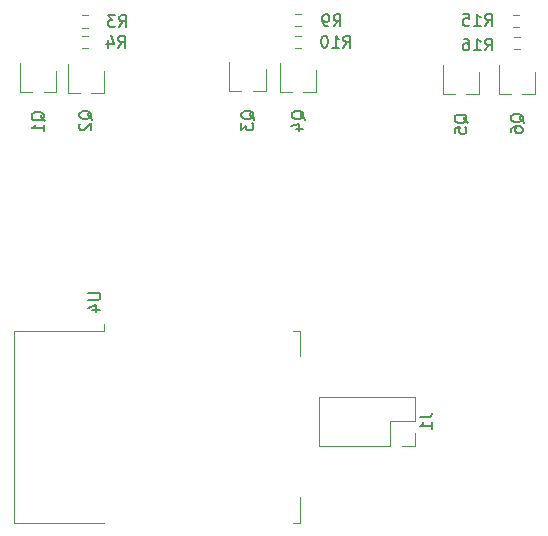
<source format=gbr>
%TF.GenerationSoftware,KiCad,Pcbnew,(6.0.1-0)*%
%TF.CreationDate,2022-03-13T12:33:57+03:30*%
%TF.ProjectId,touch_panel,746f7563-685f-4706-916e-656c2e6b6963,rev?*%
%TF.SameCoordinates,Original*%
%TF.FileFunction,Legend,Bot*%
%TF.FilePolarity,Positive*%
%FSLAX46Y46*%
G04 Gerber Fmt 4.6, Leading zero omitted, Abs format (unit mm)*
G04 Created by KiCad (PCBNEW (6.0.1-0)) date 2022-03-13 12:33:57*
%MOMM*%
%LPD*%
G01*
G04 APERTURE LIST*
%ADD10C,0.150000*%
%ADD11C,0.120000*%
G04 APERTURE END LIST*
D10*
%TO.C,R15*%
X147642857Y-85652380D02*
X147976190Y-85176190D01*
X148214285Y-85652380D02*
X148214285Y-84652380D01*
X147833333Y-84652380D01*
X147738095Y-84700000D01*
X147690476Y-84747619D01*
X147642857Y-84842857D01*
X147642857Y-84985714D01*
X147690476Y-85080952D01*
X147738095Y-85128571D01*
X147833333Y-85176190D01*
X148214285Y-85176190D01*
X146690476Y-85652380D02*
X147261904Y-85652380D01*
X146976190Y-85652380D02*
X146976190Y-84652380D01*
X147071428Y-84795238D01*
X147166666Y-84890476D01*
X147261904Y-84938095D01*
X145785714Y-84652380D02*
X146261904Y-84652380D01*
X146309523Y-85128571D01*
X146261904Y-85080952D01*
X146166666Y-85033333D01*
X145928571Y-85033333D01*
X145833333Y-85080952D01*
X145785714Y-85128571D01*
X145738095Y-85223809D01*
X145738095Y-85461904D01*
X145785714Y-85557142D01*
X145833333Y-85604761D01*
X145928571Y-85652380D01*
X146166666Y-85652380D01*
X146261904Y-85604761D01*
X146309523Y-85557142D01*
%TO.C,Q6*%
X150897619Y-93854761D02*
X150850000Y-93759523D01*
X150754761Y-93664285D01*
X150611904Y-93521428D01*
X150564285Y-93426190D01*
X150564285Y-93330952D01*
X150802380Y-93378571D02*
X150754761Y-93283333D01*
X150659523Y-93188095D01*
X150469047Y-93140476D01*
X150135714Y-93140476D01*
X149945238Y-93188095D01*
X149850000Y-93283333D01*
X149802380Y-93378571D01*
X149802380Y-93569047D01*
X149850000Y-93664285D01*
X149945238Y-93759523D01*
X150135714Y-93807142D01*
X150469047Y-93807142D01*
X150659523Y-93759523D01*
X150754761Y-93664285D01*
X150802380Y-93569047D01*
X150802380Y-93378571D01*
X149802380Y-94664285D02*
X149802380Y-94473809D01*
X149850000Y-94378571D01*
X149897619Y-94330952D01*
X150040476Y-94235714D01*
X150230952Y-94188095D01*
X150611904Y-94188095D01*
X150707142Y-94235714D01*
X150754761Y-94283333D01*
X150802380Y-94378571D01*
X150802380Y-94569047D01*
X150754761Y-94664285D01*
X150707142Y-94711904D01*
X150611904Y-94759523D01*
X150373809Y-94759523D01*
X150278571Y-94711904D01*
X150230952Y-94664285D01*
X150183333Y-94569047D01*
X150183333Y-94378571D01*
X150230952Y-94283333D01*
X150278571Y-94235714D01*
X150373809Y-94188095D01*
%TO.C,Q1*%
X110347619Y-93704761D02*
X110300000Y-93609523D01*
X110204761Y-93514285D01*
X110061904Y-93371428D01*
X110014285Y-93276190D01*
X110014285Y-93180952D01*
X110252380Y-93228571D02*
X110204761Y-93133333D01*
X110109523Y-93038095D01*
X109919047Y-92990476D01*
X109585714Y-92990476D01*
X109395238Y-93038095D01*
X109300000Y-93133333D01*
X109252380Y-93228571D01*
X109252380Y-93419047D01*
X109300000Y-93514285D01*
X109395238Y-93609523D01*
X109585714Y-93657142D01*
X109919047Y-93657142D01*
X110109523Y-93609523D01*
X110204761Y-93514285D01*
X110252380Y-93419047D01*
X110252380Y-93228571D01*
X110252380Y-94609523D02*
X110252380Y-94038095D01*
X110252380Y-94323809D02*
X109252380Y-94323809D01*
X109395238Y-94228571D01*
X109490476Y-94133333D01*
X109538095Y-94038095D01*
%TO.C,R3*%
X116666666Y-85752380D02*
X117000000Y-85276190D01*
X117238095Y-85752380D02*
X117238095Y-84752380D01*
X116857142Y-84752380D01*
X116761904Y-84800000D01*
X116714285Y-84847619D01*
X116666666Y-84942857D01*
X116666666Y-85085714D01*
X116714285Y-85180952D01*
X116761904Y-85228571D01*
X116857142Y-85276190D01*
X117238095Y-85276190D01*
X116333333Y-84752380D02*
X115714285Y-84752380D01*
X116047619Y-85133333D01*
X115904761Y-85133333D01*
X115809523Y-85180952D01*
X115761904Y-85228571D01*
X115714285Y-85323809D01*
X115714285Y-85561904D01*
X115761904Y-85657142D01*
X115809523Y-85704761D01*
X115904761Y-85752380D01*
X116190476Y-85752380D01*
X116285714Y-85704761D01*
X116333333Y-85657142D01*
%TO.C,Q3*%
X128097619Y-93604761D02*
X128050000Y-93509523D01*
X127954761Y-93414285D01*
X127811904Y-93271428D01*
X127764285Y-93176190D01*
X127764285Y-93080952D01*
X128002380Y-93128571D02*
X127954761Y-93033333D01*
X127859523Y-92938095D01*
X127669047Y-92890476D01*
X127335714Y-92890476D01*
X127145238Y-92938095D01*
X127050000Y-93033333D01*
X127002380Y-93128571D01*
X127002380Y-93319047D01*
X127050000Y-93414285D01*
X127145238Y-93509523D01*
X127335714Y-93557142D01*
X127669047Y-93557142D01*
X127859523Y-93509523D01*
X127954761Y-93414285D01*
X128002380Y-93319047D01*
X128002380Y-93128571D01*
X127002380Y-93890476D02*
X127002380Y-94509523D01*
X127383333Y-94176190D01*
X127383333Y-94319047D01*
X127430952Y-94414285D01*
X127478571Y-94461904D01*
X127573809Y-94509523D01*
X127811904Y-94509523D01*
X127907142Y-94461904D01*
X127954761Y-94414285D01*
X128002380Y-94319047D01*
X128002380Y-94033333D01*
X127954761Y-93938095D01*
X127907142Y-93890476D01*
%TO.C,R10*%
X135642857Y-87502380D02*
X135976190Y-87026190D01*
X136214285Y-87502380D02*
X136214285Y-86502380D01*
X135833333Y-86502380D01*
X135738095Y-86550000D01*
X135690476Y-86597619D01*
X135642857Y-86692857D01*
X135642857Y-86835714D01*
X135690476Y-86930952D01*
X135738095Y-86978571D01*
X135833333Y-87026190D01*
X136214285Y-87026190D01*
X134690476Y-87502380D02*
X135261904Y-87502380D01*
X134976190Y-87502380D02*
X134976190Y-86502380D01*
X135071428Y-86645238D01*
X135166666Y-86740476D01*
X135261904Y-86788095D01*
X134071428Y-86502380D02*
X133976190Y-86502380D01*
X133880952Y-86550000D01*
X133833333Y-86597619D01*
X133785714Y-86692857D01*
X133738095Y-86883333D01*
X133738095Y-87121428D01*
X133785714Y-87311904D01*
X133833333Y-87407142D01*
X133880952Y-87454761D01*
X133976190Y-87502380D01*
X134071428Y-87502380D01*
X134166666Y-87454761D01*
X134214285Y-87407142D01*
X134261904Y-87311904D01*
X134309523Y-87121428D01*
X134309523Y-86883333D01*
X134261904Y-86692857D01*
X134214285Y-86597619D01*
X134166666Y-86550000D01*
X134071428Y-86502380D01*
%TO.C,Q4*%
X132347619Y-93604761D02*
X132300000Y-93509523D01*
X132204761Y-93414285D01*
X132061904Y-93271428D01*
X132014285Y-93176190D01*
X132014285Y-93080952D01*
X132252380Y-93128571D02*
X132204761Y-93033333D01*
X132109523Y-92938095D01*
X131919047Y-92890476D01*
X131585714Y-92890476D01*
X131395238Y-92938095D01*
X131300000Y-93033333D01*
X131252380Y-93128571D01*
X131252380Y-93319047D01*
X131300000Y-93414285D01*
X131395238Y-93509523D01*
X131585714Y-93557142D01*
X131919047Y-93557142D01*
X132109523Y-93509523D01*
X132204761Y-93414285D01*
X132252380Y-93319047D01*
X132252380Y-93128571D01*
X131585714Y-94414285D02*
X132252380Y-94414285D01*
X131204761Y-94176190D02*
X131919047Y-93938095D01*
X131919047Y-94557142D01*
%TO.C,Q2*%
X114347619Y-93604761D02*
X114300000Y-93509523D01*
X114204761Y-93414285D01*
X114061904Y-93271428D01*
X114014285Y-93176190D01*
X114014285Y-93080952D01*
X114252380Y-93128571D02*
X114204761Y-93033333D01*
X114109523Y-92938095D01*
X113919047Y-92890476D01*
X113585714Y-92890476D01*
X113395238Y-92938095D01*
X113300000Y-93033333D01*
X113252380Y-93128571D01*
X113252380Y-93319047D01*
X113300000Y-93414285D01*
X113395238Y-93509523D01*
X113585714Y-93557142D01*
X113919047Y-93557142D01*
X114109523Y-93509523D01*
X114204761Y-93414285D01*
X114252380Y-93319047D01*
X114252380Y-93128571D01*
X113347619Y-93938095D02*
X113300000Y-93985714D01*
X113252380Y-94080952D01*
X113252380Y-94319047D01*
X113300000Y-94414285D01*
X113347619Y-94461904D01*
X113442857Y-94509523D01*
X113538095Y-94509523D01*
X113680952Y-94461904D01*
X114252380Y-93890476D01*
X114252380Y-94509523D01*
%TO.C,U4*%
X114042380Y-108278095D02*
X114851904Y-108278095D01*
X114947142Y-108325714D01*
X114994761Y-108373333D01*
X115042380Y-108468571D01*
X115042380Y-108659047D01*
X114994761Y-108754285D01*
X114947142Y-108801904D01*
X114851904Y-108849523D01*
X114042380Y-108849523D01*
X114375714Y-109754285D02*
X115042380Y-109754285D01*
X113994761Y-109516190D02*
X114709047Y-109278095D01*
X114709047Y-109897142D01*
%TO.C,R4*%
X116566666Y-87502380D02*
X116900000Y-87026190D01*
X117138095Y-87502380D02*
X117138095Y-86502380D01*
X116757142Y-86502380D01*
X116661904Y-86550000D01*
X116614285Y-86597619D01*
X116566666Y-86692857D01*
X116566666Y-86835714D01*
X116614285Y-86930952D01*
X116661904Y-86978571D01*
X116757142Y-87026190D01*
X117138095Y-87026190D01*
X115709523Y-86835714D02*
X115709523Y-87502380D01*
X115947619Y-86454761D02*
X116185714Y-87169047D01*
X115566666Y-87169047D01*
%TO.C,J1*%
X142112380Y-118816666D02*
X142826666Y-118816666D01*
X142969523Y-118769047D01*
X143064761Y-118673809D01*
X143112380Y-118530952D01*
X143112380Y-118435714D01*
X143112380Y-119816666D02*
X143112380Y-119245238D01*
X143112380Y-119530952D02*
X142112380Y-119530952D01*
X142255238Y-119435714D01*
X142350476Y-119340476D01*
X142398095Y-119245238D01*
%TO.C,R16*%
X147642857Y-87752380D02*
X147976190Y-87276190D01*
X148214285Y-87752380D02*
X148214285Y-86752380D01*
X147833333Y-86752380D01*
X147738095Y-86800000D01*
X147690476Y-86847619D01*
X147642857Y-86942857D01*
X147642857Y-87085714D01*
X147690476Y-87180952D01*
X147738095Y-87228571D01*
X147833333Y-87276190D01*
X148214285Y-87276190D01*
X146690476Y-87752380D02*
X147261904Y-87752380D01*
X146976190Y-87752380D02*
X146976190Y-86752380D01*
X147071428Y-86895238D01*
X147166666Y-86990476D01*
X147261904Y-87038095D01*
X145833333Y-86752380D02*
X146023809Y-86752380D01*
X146119047Y-86800000D01*
X146166666Y-86847619D01*
X146261904Y-86990476D01*
X146309523Y-87180952D01*
X146309523Y-87561904D01*
X146261904Y-87657142D01*
X146214285Y-87704761D01*
X146119047Y-87752380D01*
X145928571Y-87752380D01*
X145833333Y-87704761D01*
X145785714Y-87657142D01*
X145738095Y-87561904D01*
X145738095Y-87323809D01*
X145785714Y-87228571D01*
X145833333Y-87180952D01*
X145928571Y-87133333D01*
X146119047Y-87133333D01*
X146214285Y-87180952D01*
X146261904Y-87228571D01*
X146309523Y-87323809D01*
%TO.C,R9*%
X134816666Y-85702380D02*
X135150000Y-85226190D01*
X135388095Y-85702380D02*
X135388095Y-84702380D01*
X135007142Y-84702380D01*
X134911904Y-84750000D01*
X134864285Y-84797619D01*
X134816666Y-84892857D01*
X134816666Y-85035714D01*
X134864285Y-85130952D01*
X134911904Y-85178571D01*
X135007142Y-85226190D01*
X135388095Y-85226190D01*
X134340476Y-85702380D02*
X134150000Y-85702380D01*
X134054761Y-85654761D01*
X134007142Y-85607142D01*
X133911904Y-85464285D01*
X133864285Y-85273809D01*
X133864285Y-84892857D01*
X133911904Y-84797619D01*
X133959523Y-84750000D01*
X134054761Y-84702380D01*
X134245238Y-84702380D01*
X134340476Y-84750000D01*
X134388095Y-84797619D01*
X134435714Y-84892857D01*
X134435714Y-85130952D01*
X134388095Y-85226190D01*
X134340476Y-85273809D01*
X134245238Y-85321428D01*
X134054761Y-85321428D01*
X133959523Y-85273809D01*
X133911904Y-85226190D01*
X133864285Y-85130952D01*
%TO.C,Q5*%
X146147619Y-93904761D02*
X146100000Y-93809523D01*
X146004761Y-93714285D01*
X145861904Y-93571428D01*
X145814285Y-93476190D01*
X145814285Y-93380952D01*
X146052380Y-93428571D02*
X146004761Y-93333333D01*
X145909523Y-93238095D01*
X145719047Y-93190476D01*
X145385714Y-93190476D01*
X145195238Y-93238095D01*
X145100000Y-93333333D01*
X145052380Y-93428571D01*
X145052380Y-93619047D01*
X145100000Y-93714285D01*
X145195238Y-93809523D01*
X145385714Y-93857142D01*
X145719047Y-93857142D01*
X145909523Y-93809523D01*
X146004761Y-93714285D01*
X146052380Y-93619047D01*
X146052380Y-93428571D01*
X145052380Y-94761904D02*
X145052380Y-94285714D01*
X145528571Y-94238095D01*
X145480952Y-94285714D01*
X145433333Y-94380952D01*
X145433333Y-94619047D01*
X145480952Y-94714285D01*
X145528571Y-94761904D01*
X145623809Y-94809523D01*
X145861904Y-94809523D01*
X145957142Y-94761904D01*
X146004761Y-94714285D01*
X146052380Y-94619047D01*
X146052380Y-94380952D01*
X146004761Y-94285714D01*
X145957142Y-94238095D01*
D11*
%TO.C,R15*%
X149982776Y-84727500D02*
X150492224Y-84727500D01*
X149982776Y-85772500D02*
X150492224Y-85772500D01*
%TO.C,Q6*%
X151850000Y-91450000D02*
X151850000Y-89600000D01*
X148800000Y-91450000D02*
X149800000Y-91450000D01*
X148790000Y-91430000D02*
X148790000Y-89000000D01*
X150800000Y-91450000D02*
X151850000Y-91450000D01*
%TO.C,Q1*%
X108240000Y-91280000D02*
X108240000Y-88850000D01*
X110250000Y-91300000D02*
X111300000Y-91300000D01*
X111300000Y-91300000D02*
X111300000Y-89450000D01*
X108250000Y-91300000D02*
X109250000Y-91300000D01*
%TO.C,R3*%
X114004724Y-85822500D02*
X113495276Y-85822500D01*
X114004724Y-84777500D02*
X113495276Y-84777500D01*
%TO.C,Q3*%
X129050000Y-91200000D02*
X129050000Y-89350000D01*
X128000000Y-91200000D02*
X129050000Y-91200000D01*
X126000000Y-91200000D02*
X127000000Y-91200000D01*
X125990000Y-91180000D02*
X125990000Y-88750000D01*
%TO.C,R10*%
X131545276Y-86527500D02*
X132054724Y-86527500D01*
X131545276Y-87572500D02*
X132054724Y-87572500D01*
%TO.C,Q4*%
X132250000Y-91250000D02*
X133300000Y-91250000D01*
X133300000Y-91250000D02*
X133300000Y-89400000D01*
X130250000Y-91250000D02*
X131250000Y-91250000D01*
X130240000Y-91230000D02*
X130240000Y-88800000D01*
%TO.C,Q2*%
X112300000Y-91350000D02*
X113300000Y-91350000D01*
X114300000Y-91350000D02*
X115350000Y-91350000D01*
X112290000Y-91330000D02*
X112290000Y-88900000D01*
X115350000Y-91350000D02*
X115350000Y-89500000D01*
%TO.C,U4*%
X107730000Y-111480000D02*
X107730000Y-127720000D01*
X131350000Y-127720000D02*
X131970000Y-127720000D01*
X131970000Y-127720000D02*
X131970000Y-125600000D01*
X107730000Y-127720000D02*
X115350000Y-127720000D01*
X131970000Y-113600000D02*
X131970000Y-111480000D01*
X131970000Y-111480000D02*
X131350000Y-111480000D01*
X115350000Y-111480000D02*
X107730000Y-111480000D01*
X115350000Y-111480000D02*
X115350000Y-110870000D01*
%TO.C,R4*%
X113495276Y-86527500D02*
X114004724Y-86527500D01*
X113495276Y-87572500D02*
X114004724Y-87572500D01*
%TO.C,J1*%
X133540000Y-121210000D02*
X133540000Y-117090000D01*
X141660000Y-117090000D02*
X133540000Y-117090000D01*
X140600000Y-121210000D02*
X141660000Y-121210000D01*
X139600000Y-121210000D02*
X133540000Y-121210000D01*
X139600000Y-119150000D02*
X141660000Y-119150000D01*
X141660000Y-121210000D02*
X141660000Y-120150000D01*
X139600000Y-121210000D02*
X139600000Y-119150000D01*
X141660000Y-119150000D02*
X141660000Y-117090000D01*
%TO.C,R16*%
X150045276Y-87622500D02*
X150554724Y-87622500D01*
X150045276Y-86577500D02*
X150554724Y-86577500D01*
%TO.C,R9*%
X132067224Y-85722500D02*
X131557776Y-85722500D01*
X132067224Y-84677500D02*
X131557776Y-84677500D01*
%TO.C,Q5*%
X144050000Y-91400000D02*
X145050000Y-91400000D01*
X146050000Y-91400000D02*
X147100000Y-91400000D01*
X147100000Y-91400000D02*
X147100000Y-89550000D01*
X144040000Y-91380000D02*
X144040000Y-88950000D01*
%TD*%
M02*

</source>
